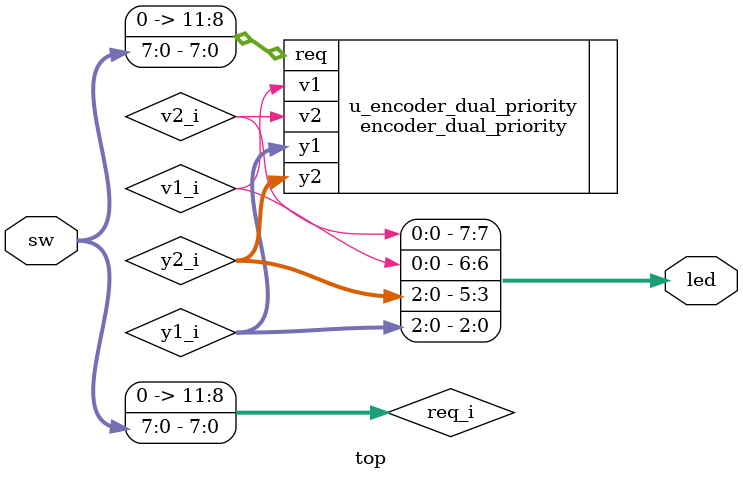
<source format=sv>
module top
    (
        input   logic [7:0] sw,
        output  logic [7:0] led
    );

    logic [11:0] req_i;
    logic [3:0] y1_i, y2_i;
    logic v1_i, v2_i;

    encoder_dual_priority u_encoder_dual_priority
        (.req(req_i), .y1(y1_i), .y2(y2_i), .v1(v1_i), .v2(v2_i));

    assign req_i = {4'h0, sw};
    assign led = {v2_i, v1_i, y2_i[2:0], y1_i[2:0]};


endmodule

</source>
